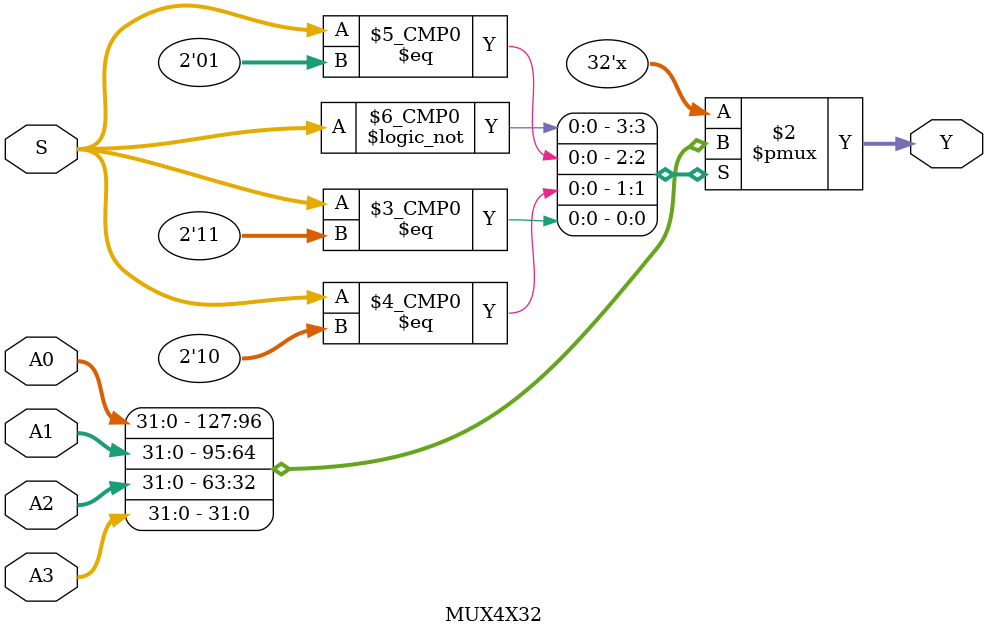
<source format=v>
module MUX4X32 (A0, A1, A2, A3, S, Y);
input [31:0] A0, A1, A2, A3;
input [1:0] S;
output reg [31:0] Y;

always @(*) begin
    case (S)
        2'b00: Y = A0;
        2'b01: Y = A1;
        2'b10: Y = A2;
        2'b11: Y = A3;
        //ËùÓÐÇé¿ö¶¼¿¼ÂÇÁË£¬ËùÒÔ²»ÐèÒª¼ÓÈëdefault
    endcase
end

endmodule
</source>
